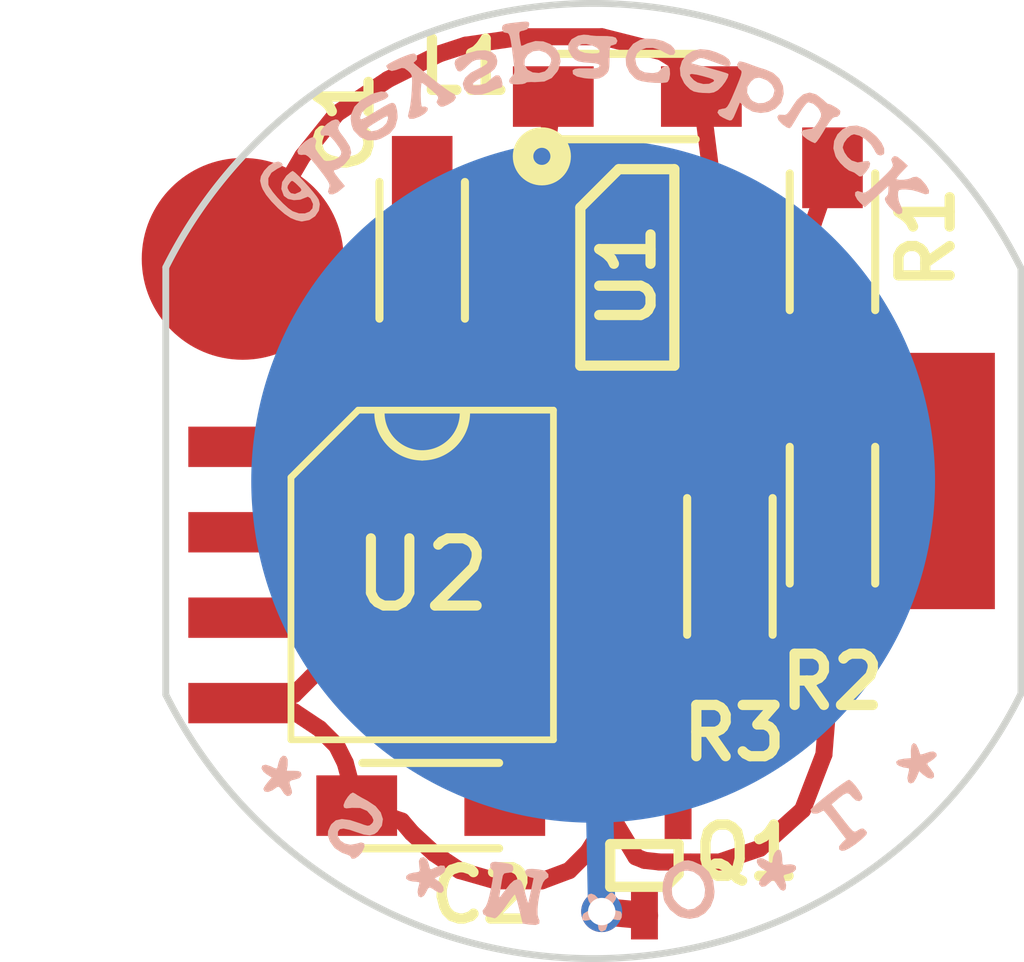
<source format=kicad_pcb>
(kicad_pcb (version 4) (host pcbnew 4.0.6)

  (general
    (links 19)
    (no_connects 0)
    (area 95.199199 94.449683 108.007994 108.750317)
    (thickness 1.6)
    (drawings 4)
    (tracks 87)
    (zones 0)
    (modules 13)
    (nets 14)
  )

  (page USLetter)
  (layers
    (0 F.Cu signal)
    (31 B.Cu signal)
    (36 B.SilkS user)
    (37 F.SilkS user)
    (38 B.Mask user)
    (39 F.Mask user)
    (40 Dwgs.User user)
    (41 Cmts.User user)
    (44 Edge.Cuts user)
    (45 Margin user)
    (46 B.CrtYd user)
    (47 F.CrtYd user)
  )

  (setup
    (last_trace_width 0.254)
    (trace_clearance 0.2032)
    (zone_clearance 0.508)
    (zone_45_only no)
    (trace_min 0.2)
    (segment_width 0.2)
    (edge_width 0.1016)
    (via_size 0.6096)
    (via_drill 0.4064)
    (via_min_size 0.4)
    (via_min_drill 0.3)
    (uvia_size 0.3048)
    (uvia_drill 0.1016)
    (uvias_allowed no)
    (uvia_min_size 0.2)
    (uvia_min_drill 0.1)
    (pcb_text_width 0.3)
    (pcb_text_size 1.5 1.5)
    (mod_edge_width 0.15)
    (mod_text_size 1 1)
    (mod_text_width 0.15)
    (pad_size 1.2 0.9)
    (pad_drill 0)
    (pad_to_mask_clearance 0.1524)
    (aux_axis_origin 0 0)
    (visible_elements 7FFFFF7F)
    (pcbplotparams
      (layerselection 0x010f0_80000001)
      (usegerberextensions false)
      (excludeedgelayer true)
      (linewidth 0.300000)
      (plotframeref false)
      (viasonmask false)
      (mode 1)
      (useauxorigin false)
      (hpglpennumber 1)
      (hpglpenspeed 20)
      (hpglpendiameter 15)
      (hpglpenoverlay 2)
      (psnegative false)
      (psa4output false)
      (plotreference true)
      (plotvalue true)
      (plotinvisibletext false)
      (padsonsilk false)
      (subtractmaskfromsilk false)
      (outputformat 1)
      (mirror false)
      (drillshape 0)
      (scaleselection 1)
      (outputdirectory gerbs/))
  )

  (net 0 "")
  (net 1 /Cathode)
  (net 2 /Anode)
  (net 3 /μC_Vcc)
  (net 4 "Net-(L1-Pad2)")
  (net 5 "Net-(Q1-Pad1)")
  (net 6 /Spring_Contact)
  (net 7 "Net-(R1-Pad2)")
  (net 8 "Net-(R3-Pad2)")
  (net 9 "Net-(U2-Pad1)")
  (net 10 "Net-(U2-Pad2)")
  (net 11 "Net-(U2-Pad3)")
  (net 12 "Net-(U2-Pad5)")
  (net 13 "Net-(U2-Pad7)")

  (net_class Default "This is the default net class."
    (clearance 0.2032)
    (trace_width 0.254)
    (via_dia 0.6096)
    (via_drill 0.4064)
    (uvia_dia 0.3048)
    (uvia_drill 0.1016)
    (add_net /Anode)
    (add_net /Cathode)
    (add_net /μC_Vcc)
    (add_net "Net-(L1-Pad2)")
    (add_net "Net-(Q1-Pad1)")
    (add_net "Net-(R1-Pad2)")
    (add_net "Net-(R3-Pad2)")
    (add_net "Net-(U2-Pad1)")
    (add_net "Net-(U2-Pad2)")
    (add_net "Net-(U2-Pad3)")
    (add_net "Net-(U2-Pad5)")
    (add_net "Net-(U2-Pad7)")
  )

  (net_class PWR ""
    (clearance 0.3048)
    (trace_width 0.4064)
    (via_dia 0.6096)
    (via_drill 0.4064)
    (uvia_dia 0.3048)
    (uvia_drill 0.1016)
    (add_net /Spring_Contact)
  )

  (module SMOL_footprints:0603_HandSoldering (layer F.Cu) (tedit 5B2C2311) (tstamp 5B36A42B)
    (at 99.06 98.171 90)
    (descr "Resistor SMD 0603, hand soldering")
    (tags "resistor 0603")
    (path /5B2BEA9B)
    (attr smd)
    (fp_text reference C1 (at 1.905 -1.143 270) (layer F.SilkS)
      (effects (font (size 0.762 0.762) (thickness 0.1524)))
    )
    (fp_text value 10μ (at 0.127 0 90) (layer F.SilkS) hide
      (effects (font (size 1.016 1.016) (thickness 0.1524)))
    )
    (fp_line (start 1.016 0.635) (end -1.016 0.635) (layer F.SilkS) (width 0.12))
    (fp_line (start -1.016 -0.635) (end 1.016 -0.635) (layer F.SilkS) (width 0.12))
    (fp_line (start -1.96 -0.7) (end 1.95 -0.7) (layer F.CrtYd) (width 0.05))
    (fp_line (start -1.96 -0.7) (end -1.96 0.7) (layer F.CrtYd) (width 0.05))
    (fp_line (start 1.95 0.7) (end 1.95 -0.7) (layer F.CrtYd) (width 0.05))
    (fp_line (start 1.95 0.7) (end -1.96 0.7) (layer F.CrtYd) (width 0.05))
    (pad 1 smd rect (at -1.1 0 90) (size 1.2 0.9) (layers F.Cu F.Mask)
      (net 1 /Cathode))
    (pad 2 smd rect (at 1.1 0 90) (size 1.2 0.9) (layers F.Cu F.Mask)
      (net 2 /Anode))
    (model ${KISYS3DMOD}/Resistors_SMD.3dshapes/R_0603.wrl
      (at (xyz 0 0 0))
      (scale (xyz 1 1 1))
      (rotate (xyz 0 0 0))
    )
  )

  (module SMOL_footprints:0603_HandSoldering (layer F.Cu) (tedit 5B2C232D) (tstamp 5B36A437)
    (at 99.187 106.426 180)
    (descr "Resistor SMD 0603, hand soldering")
    (tags "resistor 0603")
    (path /5B2BE384)
    (attr smd)
    (fp_text reference C2 (at -0.762 -1.3335 180) (layer F.SilkS)
      (effects (font (size 0.762 0.762) (thickness 0.1524)))
    )
    (fp_text value 10μ (at -0.127 0 180) (layer F.SilkS) hide
      (effects (font (size 1.016 1.016) (thickness 0.1524)))
    )
    (fp_line (start 1.016 0.635) (end -1.016 0.635) (layer F.SilkS) (width 0.12))
    (fp_line (start -1.016 -0.635) (end 1.016 -0.635) (layer F.SilkS) (width 0.12))
    (fp_line (start -1.96 -0.7) (end 1.95 -0.7) (layer F.CrtYd) (width 0.05))
    (fp_line (start -1.96 -0.7) (end -1.96 0.7) (layer F.CrtYd) (width 0.05))
    (fp_line (start 1.95 0.7) (end 1.95 -0.7) (layer F.CrtYd) (width 0.05))
    (fp_line (start 1.95 0.7) (end -1.96 0.7) (layer F.CrtYd) (width 0.05))
    (pad 1 smd rect (at -1.1 0 180) (size 1.2 0.9) (layers F.Cu F.Mask)
      (net 3 /μC_Vcc))
    (pad 2 smd rect (at 1.1 0 180) (size 1.2 0.9) (layers F.Cu F.Mask)
      (net 2 /Anode))
    (model ${KISYS3DMOD}/Resistors_SMD.3dshapes/R_0603.wrl
      (at (xyz 0 0 0))
      (scale (xyz 1 1 1))
      (rotate (xyz 0 0 0))
    )
  )

  (module SMOL_footprints:0603_HandSoldering (layer F.Cu) (tedit 5B2C22DC) (tstamp 5B36A443)
    (at 102.108 95.885 180)
    (descr "Resistor SMD 0603, hand soldering")
    (tags "resistor 0603")
    (path /5B2BE76A)
    (attr smd)
    (fp_text reference L1 (at 2.413 0.4445 180) (layer F.SilkS)
      (effects (font (size 0.762 0.762) (thickness 0.1524)))
    )
    (fp_text value 4.7μ (at 0 0.127 180) (layer F.SilkS) hide
      (effects (font (size 1.016 1.016) (thickness 0.1524)))
    )
    (fp_line (start 1.016 0.635) (end -1.016 0.635) (layer F.SilkS) (width 0.12))
    (fp_line (start -1.016 -0.635) (end 1.016 -0.635) (layer F.SilkS) (width 0.12))
    (fp_line (start -1.96 -0.7) (end 1.95 -0.7) (layer F.CrtYd) (width 0.05))
    (fp_line (start -1.96 -0.7) (end -1.96 0.7) (layer F.CrtYd) (width 0.05))
    (fp_line (start 1.95 0.7) (end 1.95 -0.7) (layer F.CrtYd) (width 0.05))
    (fp_line (start 1.95 0.7) (end -1.96 0.7) (layer F.CrtYd) (width 0.05))
    (pad 1 smd rect (at -1.1 0 180) (size 1.2 0.9) (layers F.Cu F.Mask)
      (net 1 /Cathode))
    (pad 2 smd rect (at 1.1 0 180) (size 1.2 0.9) (layers F.Cu F.Mask)
      (net 4 "Net-(L1-Pad2)"))
    (model ${KISYS3DMOD}/Resistors_SMD.3dshapes/R_0603.wrl
      (at (xyz 0 0 0))
      (scale (xyz 1 1 1))
      (rotate (xyz 0 0 0))
    )
  )

  (module SMOL_footprints:0603_HandSoldering (layer F.Cu) (tedit 5B2C2307) (tstamp 5B36A45A)
    (at 105.156 98.044 270)
    (descr "Resistor SMD 0603, hand soldering")
    (tags "resistor 0603")
    (path /5B2BFFFE)
    (attr smd)
    (fp_text reference R1 (at -0.0635 -1.397 270) (layer F.SilkS)
      (effects (font (size 0.762 0.762) (thickness 0.1524)))
    )
    (fp_text value 1M (at 0.254 0 270) (layer F.SilkS) hide
      (effects (font (size 1.016 1.016) (thickness 0.1524)))
    )
    (fp_line (start 1.016 0.635) (end -1.016 0.635) (layer F.SilkS) (width 0.12))
    (fp_line (start -1.016 -0.635) (end 1.016 -0.635) (layer F.SilkS) (width 0.12))
    (fp_line (start -1.96 -0.7) (end 1.95 -0.7) (layer F.CrtYd) (width 0.05))
    (fp_line (start -1.96 -0.7) (end -1.96 0.7) (layer F.CrtYd) (width 0.05))
    (fp_line (start 1.95 0.7) (end 1.95 -0.7) (layer F.CrtYd) (width 0.05))
    (fp_line (start 1.95 0.7) (end -1.96 0.7) (layer F.CrtYd) (width 0.05))
    (pad 1 smd rect (at -1.1 0 270) (size 1.2 0.9) (layers F.Cu F.Mask)
      (net 3 /μC_Vcc))
    (pad 2 smd rect (at 1.1 0 270) (size 1.2 0.9) (layers F.Cu F.Mask)
      (net 7 "Net-(R1-Pad2)"))
    (model ${KISYS3DMOD}/Resistors_SMD.3dshapes/R_0603.wrl
      (at (xyz 0 0 0))
      (scale (xyz 1 1 1))
      (rotate (xyz 0 0 0))
    )
  )

  (module SMOL_footprints:0603_HandSoldering (layer F.Cu) (tedit 5B2C231B) (tstamp 5B36A466)
    (at 105.156 102.108 270)
    (descr "Resistor SMD 0603, hand soldering")
    (tags "resistor 0603")
    (path /5B2C0040)
    (attr smd)
    (fp_text reference R2 (at 2.4765 0 360) (layer F.SilkS)
      (effects (font (size 0.762 0.762) (thickness 0.1524)))
    )
    (fp_text value 180k (at 0.254 0 270) (layer F.SilkS) hide
      (effects (font (size 1.016 1.016) (thickness 0.1524)))
    )
    (fp_line (start 1.016 0.635) (end -1.016 0.635) (layer F.SilkS) (width 0.12))
    (fp_line (start -1.016 -0.635) (end 1.016 -0.635) (layer F.SilkS) (width 0.12))
    (fp_line (start -1.96 -0.7) (end 1.95 -0.7) (layer F.CrtYd) (width 0.05))
    (fp_line (start -1.96 -0.7) (end -1.96 0.7) (layer F.CrtYd) (width 0.05))
    (fp_line (start 1.95 0.7) (end 1.95 -0.7) (layer F.CrtYd) (width 0.05))
    (fp_line (start 1.95 0.7) (end -1.96 0.7) (layer F.CrtYd) (width 0.05))
    (pad 1 smd rect (at -1.1 0 270) (size 1.2 0.9) (layers F.Cu F.Mask)
      (net 7 "Net-(R1-Pad2)"))
    (pad 2 smd rect (at 1.1 0 270) (size 1.2 0.9) (layers F.Cu F.Mask)
      (net 2 /Anode))
    (model ${KISYS3DMOD}/Resistors_SMD.3dshapes/R_0603.wrl
      (at (xyz 0 0 0))
      (scale (xyz 1 1 1))
      (rotate (xyz 0 0 0))
    )
  )

  (module SMOL_footprints:0603_HandSoldering (layer F.Cu) (tedit 5B2C2323) (tstamp 5B36A472)
    (at 103.632 102.87 90)
    (descr "Resistor SMD 0603, hand soldering")
    (tags "resistor 0603")
    (path /5B2C0101)
    (attr smd)
    (fp_text reference R3 (at -2.4765 0.0635 180) (layer F.SilkS)
      (effects (font (size 0.762 0.762) (thickness 0.1524)))
    )
    (fp_text value 1k (at -0.254 0 90) (layer F.SilkS) hide
      (effects (font (size 1.016 1.016) (thickness 0.1524)))
    )
    (fp_line (start 1.016 0.635) (end -1.016 0.635) (layer F.SilkS) (width 0.12))
    (fp_line (start -1.016 -0.635) (end 1.016 -0.635) (layer F.SilkS) (width 0.12))
    (fp_line (start -1.96 -0.7) (end 1.95 -0.7) (layer F.CrtYd) (width 0.05))
    (fp_line (start -1.96 -0.7) (end -1.96 0.7) (layer F.CrtYd) (width 0.05))
    (fp_line (start 1.95 0.7) (end 1.95 -0.7) (layer F.CrtYd) (width 0.05))
    (fp_line (start 1.95 0.7) (end -1.96 0.7) (layer F.CrtYd) (width 0.05))
    (pad 1 smd rect (at -1.1 0 90) (size 1.2 0.9) (layers F.Cu F.Mask)
      (net 5 "Net-(Q1-Pad1)"))
    (pad 2 smd rect (at 1.1 0 90) (size 1.2 0.9) (layers F.Cu F.Mask)
      (net 8 "Net-(R3-Pad2)"))
    (model ${KISYS3DMOD}/Resistors_SMD.3dshapes/R_0603.wrl
      (at (xyz 0 0 0))
      (scale (xyz 1 1 1))
      (rotate (xyz 0 0 0))
    )
  )

  (module SMOL_footprints:Anchor_Pad (layer F.Cu) (tedit 5B2C22D5) (tstamp 5B36A478)
    (at 96.393 98.298)
    (descr "Mesurement Point, Round, SMD Pad, DM 3mm,")
    (tags "Mesurement Point Round SMD Pad 3mm")
    (path /5B2BF76C)
    (attr virtual)
    (fp_text reference TP1 (at -3.937 2.286) (layer F.SilkS) hide
      (effects (font (size 1.016 1.016) (thickness 0.1524)))
    )
    (fp_text value TEST (at -3.683 3.556) (layer F.Fab) hide
      (effects (font (size 1.016 1.016) (thickness 0.1524)))
    )
    (fp_circle (center 0 0) (end 1.75 0) (layer F.CrtYd) (width 0.05))
    (pad 1 smd circle (at 0 0) (size 3 3) (layers F.Cu F.Mask)
      (net 1 /Cathode))
  )

  (module SMOL_footprints:SPRING_ANCHOR (layer F.Cu) (tedit 5B2C22FF) (tstamp 5B36A47D)
    (at 106.934 101.6)
    (path /5B2BF7A7)
    (fp_text reference TP2 (at -17.272 -1.27) (layer F.SilkS) hide
      (effects (font (size 1 1) (thickness 0.15)))
    )
    (fp_text value TEST (at -20.32 0.254) (layer F.Fab) hide
      (effects (font (size 1 1) (thickness 0.15)))
    )
    (pad 1 smd rect (at 0 0) (size 1.27 3.81) (layers F.Cu F.Mask)
      (net 2 /Anode))
  )

  (module SMOL_footprints:SPRING_LANDING (layer B.Cu) (tedit 5B2C22F7) (tstamp 5B36A482)
    (at 93.037 97.622)
    (path /5B2BF84D)
    (fp_text reference TP3 (at -3.375 4.232) (layer B.SilkS) hide
      (effects (font (size 1 1) (thickness 0.15)) (justify mirror))
    )
    (fp_text value TEST (at -0.327 5.756) (layer B.Fab) hide
      (effects (font (size 1 1) (thickness 0.15)) (justify mirror))
    )
    (pad 1 smd circle (at 8.563 3.978) (size 10.16 10.16) (layers B.Cu B.Mask)
      (net 6 /Spring_Contact))
  )

  (module SMOL_footprints:SOIC-8_3.9x4.9mm_Pitch1.27mm (layer F.Cu) (tedit 5B2C22F0) (tstamp 5B36A4B0)
    (at 99.06 102.997)
    (descr "8-Lead Plastic Small Outline (SN) - Narrow, 3.90 mm Body [SOIC] (see Microchip Packaging Specification 00000049BS.pdf)")
    (tags "SOIC 1.27")
    (path /5B2BF68F)
    (attr smd)
    (fp_text reference U2 (at 0 0) (layer F.SilkS)
      (effects (font (size 1 1) (thickness 0.15)))
    )
    (fp_text value ATTINY13-20SSU (at -10.922 1.905) (layer F.Fab) hide
      (effects (font (size 1 1) (thickness 0.15)))
    )
    (fp_arc (start 0 -2.413) (end 0 -1.778) (angle 90) (layer F.SilkS) (width 0.1524))
    (fp_arc (start 0 -2.413) (end 0.635 -2.413) (angle 90) (layer F.SilkS) (width 0.1524))
    (fp_line (start -0.95 -2.45) (end 1.95 -2.45) (layer F.SilkS) (width 0.1))
    (fp_line (start 1.95 -2.45) (end 1.95 2.45) (layer F.SilkS) (width 0.1))
    (fp_line (start 1.95 2.45) (end -1.95 2.45) (layer F.SilkS) (width 0.1))
    (fp_line (start -1.95 2.45) (end -1.95 -1.45) (layer F.SilkS) (width 0.1))
    (fp_line (start -1.95 -1.45) (end -0.95 -2.45) (layer F.SilkS) (width 0.1))
    (fp_line (start -3.73 -2.7) (end -3.73 2.7) (layer F.CrtYd) (width 0.05))
    (fp_line (start 3.73 -2.7) (end 3.73 2.7) (layer F.CrtYd) (width 0.05))
    (fp_line (start -3.73 -2.7) (end 3.73 -2.7) (layer F.CrtYd) (width 0.05))
    (fp_line (start -3.73 2.7) (end 3.73 2.7) (layer F.CrtYd) (width 0.05))
    (pad 1 smd rect (at -2.7 -1.905) (size 1.55 0.6) (layers F.Cu F.Mask)
      (net 9 "Net-(U2-Pad1)"))
    (pad 2 smd rect (at -2.7 -0.635) (size 1.55 0.6) (layers F.Cu F.Mask)
      (net 10 "Net-(U2-Pad2)"))
    (pad 3 smd rect (at -2.7 0.635) (size 1.55 0.6) (layers F.Cu F.Mask)
      (net 11 "Net-(U2-Pad3)"))
    (pad 4 smd rect (at -2.7 1.905) (size 1.55 0.6) (layers F.Cu F.Mask)
      (net 2 /Anode))
    (pad 5 smd rect (at 2.7 1.905) (size 1.55 0.6) (layers F.Cu F.Mask)
      (net 12 "Net-(U2-Pad5)"))
    (pad 6 smd rect (at 2.7 0.635) (size 1.55 0.6) (layers F.Cu F.Mask)
      (net 8 "Net-(R3-Pad2)"))
    (pad 7 smd rect (at 2.7 -0.635) (size 1.55 0.6) (layers F.Cu F.Mask)
      (net 13 "Net-(U2-Pad7)"))
    (pad 8 smd rect (at 2.7 -1.905) (size 1.55 0.6) (layers F.Cu F.Mask)
      (net 3 /μC_Vcc))
    (model Housings_SOIC.3dshapes/SOIC-8_3.9x4.9mm_Pitch1.27mm.wrl
      (at (xyz 0 0 0))
      (scale (xyz 1 1 1))
      (rotate (xyz 0 0 0))
    )
  )

  (module SMOL_footprints:SuperSOT-6 (layer F.Cu) (tedit 5B2C2302) (tstamp 5B36A499)
    (at 102.108 98.425)
    (descr "6-pin SuperSOT package http://www.mouser.com/ds/2/149/FMB5551-889214.pdf")
    (tags "SuperSOT-6 SSOT-6")
    (path /5B2BFF7F)
    (attr smd)
    (fp_text reference U1 (at 0 0.127 90) (layer F.SilkS)
      (effects (font (size 0.762 0.762) (thickness 0.1524)))
    )
    (fp_text value TLV61220 (at -17.272 1.651) (layer F.Fab) hide
      (effects (font (size 1 1) (thickness 0.15)))
    )
    (fp_circle (center -1.27 -1.651) (end -1.27 -1.524) (layer F.SilkS) (width 0.3048))
    (fp_line (start 0.6985 -1.4605) (end -0.127 -1.4605) (layer F.SilkS) (width 0.1524))
    (fp_line (start -0.127 -1.4605) (end -0.6985 -0.889) (layer F.SilkS) (width 0.1524))
    (fp_line (start -0.6985 -0.889) (end -0.6985 1.4605) (layer F.SilkS) (width 0.1524))
    (fp_line (start -0.6985 1.4605) (end 0.6985 1.4605) (layer F.SilkS) (width 0.1524))
    (fp_line (start 0.6985 1.4605) (end 0.6985 -1.4605) (layer F.SilkS) (width 0.1524))
    (fp_line (start -2.05 -1.7) (end 2.05 -1.7) (layer F.CrtYd) (width 0.05))
    (fp_line (start -2.05 -1.7) (end -2.05 1.7) (layer F.CrtYd) (width 0.05))
    (fp_line (start 2.05 1.7) (end 2.05 -1.7) (layer F.CrtYd) (width 0.05))
    (fp_line (start 2.05 1.7) (end -2.05 1.7) (layer F.CrtYd) (width 0.05))
    (pad 1 smd rect (at -1.3 -0.95) (size 1 0.7) (layers F.Cu F.Mask)
      (net 4 "Net-(L1-Pad2)"))
    (pad 2 smd rect (at -1.3 0) (size 1 0.7) (layers F.Cu F.Mask)
      (net 2 /Anode))
    (pad 3 smd rect (at -1.3 0.95) (size 1 0.7) (layers F.Cu F.Mask)
      (net 1 /Cathode))
    (pad 4 smd rect (at 1.3 0.95) (size 1 0.7) (layers F.Cu F.Mask)
      (net 7 "Net-(R1-Pad2)"))
    (pad 6 smd rect (at 1.3 -0.95) (size 1 0.7) (layers F.Cu F.Mask)
      (net 1 /Cathode))
    (pad 5 smd rect (at 1.3 0) (size 1 0.7) (layers F.Cu F.Mask)
      (net 3 /μC_Vcc))
    (model ${KISYS3DMOD}/TO_SOT_Packages_SMD.3dshapes/SuperSOT-6.wrl
      (at (xyz 0 0 0))
      (scale (xyz 1 1 1))
      (rotate (xyz 0 0 0))
    )
  )

  (module SMOL_footprints:credits (layer B.Cu) (tedit 5B2C85AD) (tstamp 5B2FDEFC)
    (at 101.6 101.6 90)
    (fp_text reference G*** (at 0 0 90) (layer B.SilkS) hide
      (effects (font (thickness 0.3)) (justify mirror))
    )
    (fp_text value credits (at 0.75 0 90) (layer B.SilkS) hide
      (effects (font (thickness 0.3)) (justify mirror))
    )
    (fp_poly (pts (xy 4.18082 -4.081905) (xy 4.225588 -4.110053) (xy 4.292755 -4.162573) (xy 4.371999 -4.230099)
      (xy 4.452995 -4.303266) (xy 4.52542 -4.372708) (xy 4.57895 -4.429058) (xy 4.603261 -4.462951)
      (xy 4.60375 -4.465595) (xy 4.587129 -4.493321) (xy 4.545877 -4.541914) (xy 4.532654 -4.556)
      (xy 4.443146 -4.616085) (xy 4.34287 -4.628885) (xy 4.244963 -4.592923) (xy 4.23922 -4.58902)
      (xy 4.197556 -4.53129) (xy 4.179467 -4.445786) (xy 4.180766 -4.429044) (xy 4.262285 -4.429044)
      (xy 4.274787 -4.492467) (xy 4.306093 -4.522255) (xy 4.355256 -4.54615) (xy 4.392209 -4.540585)
      (xy 4.433328 -4.513111) (xy 4.463119 -4.487265) (xy 4.464549 -4.462313) (xy 4.434091 -4.422832)
      (xy 4.405831 -4.392853) (xy 4.355187 -4.343258) (xy 4.325225 -4.328926) (xy 4.301823 -4.345261)
      (xy 4.293383 -4.356257) (xy 4.262285 -4.429044) (xy 4.180766 -4.429044) (xy 4.186677 -4.35293)
      (xy 4.213489 -4.284279) (xy 4.231839 -4.237661) (xy 4.208646 -4.20253) (xy 4.195203 -4.192034)
      (xy 4.117778 -4.157101) (xy 4.050933 -4.166255) (xy 4.000618 -4.21087) (xy 3.972784 -4.282319)
      (xy 3.973379 -4.371977) (xy 4.005882 -4.466518) (xy 4.051812 -4.532499) (xy 4.123886 -4.612072)
      (xy 4.209294 -4.693527) (xy 4.295222 -4.765152) (xy 4.368861 -4.815238) (xy 4.404382 -4.830776)
      (xy 4.502389 -4.830955) (xy 4.586005 -4.783579) (xy 4.646081 -4.694108) (xy 4.67557 -4.634797)
      (xy 4.700678 -4.618569) (xy 4.72315 -4.630488) (xy 4.743511 -4.677888) (xy 4.728004 -4.744375)
      (xy 4.682694 -4.81676) (xy 4.613648 -4.881857) (xy 4.604613 -4.888177) (xy 4.528274 -4.931809)
      (xy 4.462391 -4.943306) (xy 4.384535 -4.924153) (xy 4.339166 -4.905735) (xy 4.25633 -4.855739)
      (xy 4.158185 -4.775672) (xy 4.058968 -4.679364) (xy 3.972912 -4.580647) (xy 3.914251 -4.493352)
      (xy 3.913733 -4.492356) (xy 3.880776 -4.412224) (xy 3.863614 -4.338344) (xy 3.862916 -4.325677)
      (xy 3.883946 -4.217915) (xy 3.939996 -4.133223) (xy 4.020513 -4.079697) (xy 4.114938 -4.06543)
      (xy 4.18082 -4.081905)) (layer B.SilkS) (width 0.01))
    (fp_poly (pts (xy -4.33093 -4.348147) (xy -4.315853 -4.384159) (xy -4.312709 -4.448461) (xy -4.312709 -4.557757)
      (xy -4.223226 -4.543236) (xy -4.140214 -4.543723) (xy -4.094377 -4.569535) (xy -4.088338 -4.608164)
      (xy -4.124721 -4.647099) (xy -4.196201 -4.67212) (xy -4.258883 -4.685559) (xy -4.280998 -4.704462)
      (xy -4.269094 -4.744631) (xy -4.245482 -4.791049) (xy -4.221725 -4.866087) (xy -4.233878 -4.911856)
      (xy -4.27069 -4.923085) (xy -4.320908 -4.894504) (xy -4.360033 -4.84471) (xy -4.406579 -4.768171)
      (xy -4.480182 -4.831481) (xy -4.535309 -4.873323) (xy -4.575569 -4.894243) (xy -4.579598 -4.894791)
      (xy -4.613544 -4.875404) (xy -4.617883 -4.827211) (xy -4.592762 -4.765166) (xy -4.578126 -4.744321)
      (xy -4.545557 -4.699228) (xy -4.540525 -4.668076) (xy -4.568791 -4.637644) (xy -4.636113 -4.594714)
      (xy -4.645867 -4.588831) (xy -4.67814 -4.548511) (xy -4.673041 -4.505458) (xy -4.638474 -4.479628)
      (xy -4.603429 -4.481685) (xy -4.532964 -4.503503) (xy -4.501276 -4.513353) (xy -4.465978 -4.514023)
      (xy -4.444762 -4.480264) (xy -4.433931 -4.433978) (xy -4.412606 -4.366238) (xy -4.377988 -4.340372)
      (xy -4.364427 -4.339166) (xy -4.33093 -4.348147)) (layer B.SilkS) (width 0.01))
    (fp_poly (pts (xy 4.96937 -3.619322) (xy 5.072864 -3.683158) (xy 5.10361 -3.706901) (xy 5.181724 -3.76546)
      (xy 5.232159 -3.792201) (xy 5.265533 -3.791823) (xy 5.277886 -3.783998) (xy 5.327892 -3.766352)
      (xy 5.363782 -3.79266) (xy 5.371041 -3.826556) (xy 5.35301 -3.881829) (xy 5.308601 -3.947653)
      (xy 5.252337 -4.007216) (xy 5.198744 -4.043708) (xy 5.179608 -4.048125) (xy 5.142103 -4.037817)
      (xy 5.13689 -3.997273) (xy 5.139657 -3.980592) (xy 5.139785 -3.934984) (xy 5.114576 -3.892183)
      (xy 5.055132 -3.838933) (xy 5.033103 -3.821842) (xy 4.949944 -3.762478) (xy 4.8932 -3.736636)
      (xy 4.850148 -3.742228) (xy 4.808061 -3.777163) (xy 4.801878 -3.783883) (xy 4.77391 -3.83489)
      (xy 4.755949 -3.903131) (xy 4.751723 -3.966609) (xy 4.764704 -4.003151) (xy 4.790297 -4.023301)
      (xy 4.841343 -4.064373) (xy 4.863635 -4.082431) (xy 4.933909 -4.128929) (xy 4.984579 -4.13544)
      (xy 4.995927 -4.13098) (xy 5.055856 -4.117659) (xy 5.097416 -4.138919) (xy 5.106458 -4.168471)
      (xy 5.090053 -4.209016) (xy 5.048574 -4.269325) (xy 5.024342 -4.298558) (xy 4.952408 -4.368156)
      (xy 4.897727 -4.391482) (xy 4.859995 -4.374926) (xy 4.851198 -4.338173) (xy 4.855117 -4.302165)
      (xy 4.85251 -4.270141) (xy 4.827093 -4.230661) (xy 4.772703 -4.177026) (xy 4.683172 -4.102535)
      (xy 4.640156 -4.068542) (xy 4.536099 -3.988898) (xy 4.463728 -3.939178) (xy 4.414607 -3.9148)
      (xy 4.380303 -3.911184) (xy 4.362266 -3.91763) (xy 4.301542 -3.935328) (xy 4.268386 -3.915856)
      (xy 4.2653 -3.868647) (xy 4.294789 -3.803138) (xy 4.322237 -3.766811) (xy 4.384683 -3.694214)
      (xy 4.487015 -3.778565) (xy 4.561937 -3.836519) (xy 4.606163 -3.859152) (xy 4.626512 -3.848465)
      (xy 4.630208 -3.820583) (xy 4.64786 -3.77782) (xy 4.692582 -3.717923) (xy 4.720166 -3.688291)
      (xy 4.80273 -3.62236) (xy 4.882562 -3.599213) (xy 4.96937 -3.619322)) (layer B.SilkS) (width 0.01))
    (fp_poly (pts (xy -4.929059 -3.159962) (xy -4.837384 -3.235849) (xy -4.758169 -3.353793) (xy -4.756913 -3.356259)
      (xy -4.712421 -3.439906) (xy -4.672383 -3.508175) (xy -4.651858 -3.537981) (xy -4.636592 -3.570166)
      (xy -4.655111 -3.604047) (xy -4.697133 -3.641018) (xy -4.761199 -3.682657) (xy -4.81679 -3.70349)
      (xy -4.823653 -3.704035) (xy -4.852539 -3.697245) (xy -4.862198 -3.667686) (xy -4.856197 -3.601899)
      (xy -4.854244 -3.588589) (xy -4.856108 -3.460594) (xy -4.90066 -3.355968) (xy -4.984637 -3.282314)
      (xy -4.98592 -3.281623) (xy -5.039893 -3.259039) (xy -5.076631 -3.268708) (xy -5.099707 -3.2892)
      (xy -5.124601 -3.319512) (xy -5.129947 -3.352933) (xy -5.115311 -3.406767) (xy -5.09544 -3.459454)
      (xy -5.044986 -3.61431) (xy -5.029358 -3.733741) (xy -5.048948 -3.822503) (xy -5.10415 -3.885351)
      (xy -5.131987 -3.902122) (xy -5.205389 -3.933544) (xy -5.266732 -3.936803) (xy -5.342367 -3.912245)
      (xy -5.359072 -3.905097) (xy -5.454197 -3.836418) (xy -5.523151 -3.730458) (xy -5.544694 -3.667235)
      (xy -5.565145 -3.616424) (xy -5.585577 -3.598333) (xy -5.612321 -3.582068) (xy -5.607151 -3.542185)
      (xy -5.575995 -3.492051) (xy -5.524783 -3.445035) (xy -5.514626 -3.438386) (xy -5.43667 -3.402048)
      (xy -5.390125 -3.406439) (xy -5.377746 -3.449708) (xy -5.396891 -3.517486) (xy -5.41284 -3.60656)
      (xy -5.393796 -3.691087) (xy -5.347879 -3.758862) (xy -5.28321 -3.797678) (xy -5.211293 -3.796453)
      (xy -5.172291 -3.767345) (xy -5.161957 -3.709942) (xy -5.180313 -3.618348) (xy -5.212306 -3.525289)
      (xy -5.251378 -3.405462) (xy -5.262044 -3.31821) (xy -5.244276 -3.251443) (xy -5.21156 -3.206767)
      (xy -5.122874 -3.143209) (xy -5.026464 -3.128345) (xy -4.929059 -3.159962)) (layer B.SilkS) (width 0.01))
    (fp_poly (pts (xy 5.506461 -2.917522) (xy 5.575449 -2.935431) (xy 5.593417 -2.944989) (xy 5.612442 -2.963393)
      (xy 5.617227 -2.987979) (xy 5.604511 -3.027783) (xy 5.571036 -3.091841) (xy 5.513542 -3.189188)
      (xy 5.493205 -3.222802) (xy 5.428886 -3.329881) (xy 5.389669 -3.399833) (xy 5.372824 -3.440537)
      (xy 5.375621 -3.459871) (xy 5.395332 -3.465714) (xy 5.408941 -3.466041) (xy 5.478406 -3.441252)
      (xy 5.54814 -3.372558) (xy 5.611138 -3.268467) (xy 5.649059 -3.174382) (xy 5.682579 -3.09048)
      (xy 5.714074 -3.051949) (xy 5.737447 -3.048154) (xy 5.77833 -3.079163) (xy 5.786395 -3.147686)
      (xy 5.761606 -3.249699) (xy 5.739699 -3.305515) (xy 5.659467 -3.446509) (xy 5.560749 -3.543217)
      (xy 5.447335 -3.592474) (xy 5.389237 -3.598333) (xy 5.299324 -3.58732) (xy 5.22236 -3.559875)
      (xy 5.211564 -3.553245) (xy 5.114784 -3.460738) (xy 5.068183 -3.351518) (xy 5.069958 -3.292074)
      (xy 5.193434 -3.292074) (xy 5.197588 -3.324067) (xy 5.211916 -3.363628) (xy 5.231404 -3.371909)
      (xy 5.26133 -3.344771) (xy 5.306972 -3.278076) (xy 5.35326 -3.202011) (xy 5.401952 -3.118946)
      (xy 5.425427 -3.071337) (xy 5.42579 -3.049321) (xy 5.405145 -3.043034) (xy 5.387241 -3.042708)
      (xy 5.317459 -3.066392) (xy 5.254618 -3.126646) (xy 5.209637 -3.207272) (xy 5.193434 -3.292074)
      (xy 5.069958 -3.292074) (xy 5.071928 -3.226166) (xy 5.095393 -3.150847) (xy 5.167857 -3.024801)
      (xy 5.265891 -2.945068) (xy 5.389582 -2.911583) (xy 5.420931 -2.910416) (xy 5.506461 -2.917522)) (layer B.SilkS) (width 0.01))
    (fp_poly (pts (xy 5.742422 -2.059755) (xy 5.768111 -2.103949) (xy 5.793677 -2.147462) (xy 5.846428 -2.221656)
      (xy 5.919003 -2.31713) (xy 6.004039 -2.424481) (xy 6.094176 -2.534307) (xy 6.182052 -2.637205)
      (xy 6.213103 -2.672291) (xy 6.230664 -2.665164) (xy 6.236764 -2.652447) (xy 6.268639 -2.621894)
      (xy 6.313496 -2.622628) (xy 6.346064 -2.650769) (xy 6.35 -2.669825) (xy 6.339793 -2.71943)
      (xy 6.313445 -2.794503) (xy 6.277358 -2.880905) (xy 6.237938 -2.964494) (xy 6.201589 -3.031129)
      (xy 6.174714 -3.06667) (xy 6.169137 -3.069166) (xy 6.133064 -3.051091) (xy 6.114927 -3.033157)
      (xy 6.099621 -2.991635) (xy 6.114289 -2.928143) (xy 6.122547 -2.907388) (xy 6.144563 -2.843935)
      (xy 6.139029 -2.800616) (xy 6.102087 -2.750246) (xy 6.09987 -2.747663) (xy 6.068639 -2.714417)
      (xy 6.036468 -2.694574) (xy 5.99039 -2.685609) (xy 5.917439 -2.685004) (xy 5.804648 -2.690234)
      (xy 5.804584 -2.690238) (xy 5.6887 -2.699131) (xy 5.584924 -2.711889) (xy 5.510682 -2.726215)
      (xy 5.495246 -2.731041) (xy 5.423873 -2.746816) (xy 5.388912 -2.725333) (xy 5.389987 -2.665848)
      (xy 5.419989 -2.582497) (xy 5.463459 -2.507361) (xy 5.507199 -2.46647) (xy 5.542657 -2.462026)
      (xy 5.561285 -2.496229) (xy 5.559383 -2.546614) (xy 5.581975 -2.556379) (xy 5.644386 -2.563462)
      (xy 5.733534 -2.56644) (xy 5.741458 -2.566458) (xy 5.832749 -2.564343) (xy 5.898898 -2.558777)
      (xy 5.926521 -2.550929) (xy 5.926666 -2.550286) (xy 5.910936 -2.523151) (xy 5.869882 -2.468276)
      (xy 5.817779 -2.40406) (xy 5.755113 -2.333499) (xy 5.713602 -2.300012) (xy 5.683975 -2.297377)
      (xy 5.67093 -2.305511) (xy 5.631397 -2.322102) (xy 5.592653 -2.2967) (xy 5.56963 -2.265652)
      (xy 5.569891 -2.228656) (xy 5.594481 -2.166988) (xy 5.600636 -2.153807) (xy 5.649946 -2.075217)
      (xy 5.698918 -2.043357) (xy 5.742422 -2.059755)) (layer B.SilkS) (width 0.01))
    (fp_poly (pts (xy -5.72411 -2.213911) (xy -5.719815 -2.266945) (xy -5.753919 -2.353305) (xy -5.777238 -2.404522)
      (xy -5.768431 -2.428707) (xy -5.718385 -2.44251) (xy -5.703557 -2.445315) (xy -5.627005 -2.473308)
      (xy -5.595692 -2.517356) (xy -5.607751 -2.564166) (xy -5.650924 -2.584713) (xy -5.722612 -2.578995)
      (xy -5.784227 -2.570169) (xy -5.812447 -2.583566) (xy -5.822997 -2.631977) (xy -5.825695 -2.662841)
      (xy -5.842981 -2.732747) (xy -5.874379 -2.772125) (xy -5.909675 -2.774091) (xy -5.936567 -2.737572)
      (xy -5.949684 -2.677234) (xy -5.953125 -2.627609) (xy -5.960068 -2.580931) (xy -5.987385 -2.576266)
      (xy -5.999428 -2.580896) (xy -6.063128 -2.598077) (xy -6.111149 -2.603571) (xy -6.168606 -2.591625)
      (xy -6.185643 -2.558512) (xy -6.162037 -2.517481) (xy -6.1131 -2.48759) (xy -6.05259 -2.457156)
      (xy -6.037134 -2.425216) (xy -6.063087 -2.376119) (xy -6.081466 -2.351745) (xy -6.113003 -2.296618)
      (xy -6.118949 -2.255572) (xy -6.086793 -2.224942) (xy -6.03514 -2.230793) (xy -5.979063 -2.269543)
      (xy -5.958611 -2.293671) (xy -5.906766 -2.364843) (xy -5.86312 -2.280442) (xy -5.815578 -2.217506)
      (xy -5.767238 -2.196041) (xy -5.72411 -2.213911)) (layer B.SilkS) (width 0.01))
    (fp_poly (pts (xy 5.972968 -1.366051) (xy 6.022352 -1.396935) (xy 6.025786 -1.445546) (xy 5.983686 -1.504108)
      (xy 5.964703 -1.520508) (xy 5.907703 -1.592833) (xy 5.881372 -1.69039) (xy 5.877956 -1.767084)
      (xy 5.893269 -1.796073) (xy 5.925076 -1.778237) (xy 5.971142 -1.714457) (xy 6.012913 -1.638556)
      (xy 6.07382 -1.531404) (xy 6.129639 -1.466503) (xy 6.189977 -1.435268) (xy 6.247723 -1.42875)
      (xy 6.324681 -1.450887) (xy 6.375413 -1.512394) (xy 6.398519 -1.605907) (xy 6.392604 -1.724066)
      (xy 6.35627 -1.859511) (xy 6.338121 -1.905) (xy 6.293591 -1.996364) (xy 6.252747 -2.043778)
      (xy 6.205229 -2.054309) (xy 6.144947 -2.036783) (xy 6.098432 -2.008328) (xy 6.091903 -1.971571)
      (xy 6.126867 -1.91878) (xy 6.17802 -1.867026) (xy 6.238086 -1.80128) (xy 6.265071 -1.739454)
      (xy 6.270625 -1.670365) (xy 6.261247 -1.591255) (xy 6.235971 -1.560551) (xy 6.199075 -1.577742)
      (xy 6.154843 -1.642316) (xy 6.133676 -1.686718) (xy 6.064961 -1.81725) (xy 5.993088 -1.897564)
      (xy 5.915453 -1.930354) (xy 5.897096 -1.931458) (xy 5.821054 -1.909042) (xy 5.769415 -1.848491)
      (xy 5.744694 -1.759844) (xy 5.749406 -1.653144) (xy 5.786066 -1.538431) (xy 5.794375 -1.521354)
      (xy 5.827032 -1.449984) (xy 5.845643 -1.395133) (xy 5.847291 -1.383468) (xy 5.862443 -1.355334)
      (xy 5.912637 -1.352877) (xy 5.972968 -1.366051)) (layer B.SilkS) (width 0.01))
    (fp_poly (pts (xy -5.847235 -0.669962) (xy -5.807444 -0.705138) (xy -5.791558 -0.740972) (xy -5.778241 -0.813406)
      (xy -5.770749 -0.900035) (xy -5.770555 -0.906197) (xy -5.773871 -0.972921) (xy -5.792977 -1.001192)
      (xy -5.817966 -1.005416) (xy -5.86495 -0.981678) (xy -5.88382 -0.94244) (xy -5.899626 -0.879464)
      (xy -6.078511 -0.916487) (xy -6.172183 -0.93626) (xy -6.245901 -0.952531) (xy -6.283726 -0.961782)
      (xy -6.283749 -0.961789) (xy -6.273217 -0.971349) (xy -6.221542 -0.989205) (xy -6.139166 -1.01187)
      (xy -6.118384 -1.01705) (xy -6.019353 -1.043128) (xy -5.961535 -1.065024) (xy -5.934232 -1.088813)
      (xy -5.926743 -1.120566) (xy -5.926667 -1.125873) (xy -5.942303 -1.173803) (xy -5.993435 -1.230669)
      (xy -6.078803 -1.298158) (xy -6.156496 -1.355181) (xy -6.194865 -1.386972) (xy -6.197503 -1.399251)
      (xy -6.168006 -1.397741) (xy -6.138334 -1.392928) (xy -6.048945 -1.378226) (xy -5.948952 -1.362357)
      (xy -5.933282 -1.359931) (xy -5.862432 -1.345393) (xy -5.829844 -1.322965) (xy -5.821024 -1.280623)
      (xy -5.820834 -1.266618) (xy -5.811431 -1.209749) (xy -5.777643 -1.190932) (xy -5.769479 -1.190625)
      (xy -5.730662 -1.195176) (xy -5.706157 -1.216486) (xy -5.689832 -1.26604) (xy -5.675556 -1.355323)
      (xy -5.673552 -1.370284) (xy -5.665364 -1.453073) (xy -5.67074 -1.498467) (xy -5.692297 -1.520845)
      (xy -5.701698 -1.524987) (xy -5.752196 -1.522395) (xy -5.77037 -1.502802) (xy -5.786103 -1.485428)
      (xy -5.815211 -1.477933) (xy -5.867839 -1.48064) (xy -5.954135 -1.493872) (xy -6.051522 -1.511741)
      (xy -6.174372 -1.538393) (xy -6.27032 -1.566006) (xy -6.32881 -1.591328) (xy -6.339688 -1.600526)
      (xy -6.389589 -1.638029) (xy -6.437593 -1.627595) (xy -6.469561 -1.572769) (xy -6.470769 -1.567656)
      (xy -6.48609 -1.502125) (xy -6.496647 -1.462484) (xy -6.480849 -1.433767) (xy -6.430128 -1.385332)
      (xy -6.354133 -1.325979) (xy -6.322591 -1.303734) (xy -6.238821 -1.244592) (xy -6.174984 -1.196438)
      (xy -6.141269 -1.167081) (xy -6.138467 -1.162614) (xy -6.16224 -1.150221) (xy -6.225765 -1.129921)
      (xy -6.317153 -1.105364) (xy -6.356278 -1.095778) (xy -6.574223 -1.043724) (xy -6.590053 -0.946333)
      (xy -6.595943 -0.853191) (xy -6.576584 -0.804912) (xy -6.532628 -0.80251) (xy -6.506406 -0.815786)
      (xy -6.449981 -0.83048) (xy -6.361955 -0.831418) (xy -6.255848 -0.821063) (xy -6.145181 -0.801882)
      (xy -6.043475 -0.77634) (xy -5.964251 -0.746901) (xy -5.921029 -0.716031) (xy -5.91744 -0.708405)
      (xy -5.889354 -0.66964) (xy -5.847235 -0.669962)) (layer B.SilkS) (width 0.01))
    (fp_poly (pts (xy 6.338487 -0.505384) (xy 6.425802 -0.558527) (xy 6.49202 -0.640345) (xy 6.530836 -0.742774)
      (xy 6.535945 -0.857748) (xy 6.50104 -0.977202) (xy 6.494884 -0.989509) (xy 6.469562 -1.043233)
      (xy 6.461554 -1.071177) (xy 6.461974 -1.071817) (xy 6.490004 -1.078896) (xy 6.55187 -1.089958)
      (xy 6.579749 -1.09437) (xy 6.649558 -1.102605) (xy 6.683031 -1.093868) (xy 6.69587 -1.060793)
      (xy 6.698812 -1.03852) (xy 6.719964 -0.979485) (xy 6.770044 -0.956838) (xy 6.802866 -0.95426)
      (xy 6.820167 -0.965609) (xy 6.824738 -1.001891) (xy 6.81937 -1.074115) (xy 6.813654 -1.128817)
      (xy 6.801216 -1.236406) (xy 6.789035 -1.301771) (xy 6.772606 -1.335394) (xy 6.747426 -1.347754)
      (xy 6.718855 -1.349375) (xy 6.675513 -1.329697) (xy 6.6675 -1.298241) (xy 6.664192 -1.271109)
      (xy 6.648797 -1.250764) (xy 6.613103 -1.234631) (xy 6.5489 -1.220133) (xy 6.447976 -1.204692)
      (xy 6.313618 -1.187183) (xy 6.19307 -1.172782) (xy 6.114072 -1.166506) (xy 6.065816 -1.168783)
      (xy 6.037498 -1.180042) (xy 6.019659 -1.198847) (xy 5.973465 -1.235855) (xy 5.943593 -1.243541)
      (xy 5.915682 -1.23123) (xy 5.902682 -1.186665) (xy 5.900208 -1.124479) (xy 5.904583 -1.053461)
      (xy 5.915653 -1.010871) (xy 5.922228 -1.005416) (xy 5.93275 -0.981668) (xy 5.936234 -0.920638)
      (xy 5.933985 -0.86651) (xy 5.937927 -0.80495) (xy 6.060297 -0.80495) (xy 6.06917 -0.89957)
      (xy 6.108436 -0.975375) (xy 6.111875 -0.978958) (xy 6.188761 -1.025303) (xy 6.271045 -1.020122)
      (xy 6.34168 -0.974346) (xy 6.393144 -0.893161) (xy 6.403326 -0.797376) (xy 6.372451 -0.70521)
      (xy 6.337806 -0.662431) (xy 6.28722 -0.622439) (xy 6.242512 -0.617328) (xy 6.191274 -0.634989)
      (xy 6.126601 -0.672543) (xy 6.084629 -0.71585) (xy 6.084405 -0.716264) (xy 6.060297 -0.80495)
      (xy 5.937927 -0.80495) (xy 5.942924 -0.726942) (xy 5.994111 -0.618123) (xy 6.089492 -0.536512)
      (xy 6.125786 -0.517386) (xy 6.23638 -0.488982) (xy 6.338487 -0.505384)) (layer B.SilkS) (width 0.01))
    (fp_poly (pts (xy 6.585945 0.333356) (xy 6.60056 0.289846) (xy 6.609125 0.212576) (xy 6.610103 0.143106)
      (xy 6.611139 0.04687) (xy 6.618025 -0.035693) (xy 6.625493 -0.073175) (xy 6.630485 -0.138743)
      (xy 6.616683 -0.218176) (xy 6.614379 -0.225514) (xy 6.562999 -0.317752) (xy 6.489792 -0.364188)
      (xy 6.402872 -0.362654) (xy 6.310356 -0.310976) (xy 6.306654 -0.307835) (xy 6.26592 -0.265843)
      (xy 6.241888 -0.216449) (xy 6.228633 -0.142761) (xy 6.222636 -0.06838) (xy 6.217862 -0.013028)
      (xy 6.35 -0.013028) (xy 6.360167 -0.126744) (xy 6.388818 -0.203716) (xy 6.433177 -0.237225)
      (xy 6.44303 -0.238125) (xy 6.477237 -0.215529) (xy 6.498171 -0.170836) (xy 6.500294 -0.099374)
      (xy 6.481118 -0.018401) (xy 6.447805 0.053164) (xy 6.407517 0.096401) (xy 6.395264 0.100997)
      (xy 6.367242 0.097512) (xy 6.35369 0.06516) (xy 6.350007 -0.007647) (xy 6.35 -0.013028)
      (xy 6.217862 -0.013028) (xy 6.214388 0.027245) (xy 6.202824 0.079941) (xy 6.18471 0.099693)
      (xy 6.168239 0.099668) (xy 6.145436 0.086064) (xy 6.133109 0.049677) (xy 6.129138 -0.020504)
      (xy 6.130256 -0.09783) (xy 6.130024 -0.206092) (xy 6.121204 -0.270306) (xy 6.102511 -0.298838)
      (xy 6.099118 -0.300428) (xy 6.051663 -0.295188) (xy 6.016205 -0.238742) (xy 5.992929 -0.131465)
      (xy 5.986961 -0.073017) (xy 5.982265 0.024899) (xy 5.989536 0.089305) (xy 6.01228 0.138925)
      (xy 6.031595 0.165365) (xy 6.065519 0.20297) (xy 6.102835 0.224773) (xy 6.158425 0.235034)
      (xy 6.247172 0.238014) (xy 6.285774 0.238125) (xy 6.386941 0.239524) (xy 6.446127 0.24557)
      (xy 6.474235 0.259044) (xy 6.482165 0.282723) (xy 6.482291 0.288211) (xy 6.500747 0.3377)
      (xy 6.54224 0.355763) (xy 6.585945 0.333356)) (layer B.SilkS) (width 0.01))
    (fp_poly (pts (xy -6.406719 0.40836) (xy -6.402917 0.398598) (xy -6.394214 0.35733) (xy -6.376735 0.304998)
      (xy -6.350553 0.236133) (xy -6.270503 0.295317) (xy -6.215673 0.332073) (xy -6.182156 0.337628)
      (xy -6.15051 0.314533) (xy -6.147421 0.311469) (xy -6.12408 0.281359) (xy -6.129304 0.252679)
      (xy -6.168333 0.210271) (xy -6.189001 0.191157) (xy -6.273613 0.113877) (xy -6.205973 0.069558)
      (xy -6.158519 0.022798) (xy -6.139083 -0.027639) (xy -6.149886 -0.066351) (xy -6.184636 -0.078533)
      (xy -6.241935 -0.062425) (xy -6.282297 -0.038846) (xy -6.335497 -0.005784) (xy -6.368035 -0.013523)
      (xy -6.394613 -0.067171) (xy -6.398953 -0.079375) (xy -6.435781 -0.141665) (xy -6.484223 -0.15875)
      (xy -6.523988 -0.150886) (xy -6.532116 -0.116891) (xy -6.526941 -0.084335) (xy -6.513006 -0.015781)
      (xy -6.50379 0.028112) (xy -6.516777 0.056776) (xy -6.575098 0.072384) (xy -6.59474 0.074358)
      (xy -6.663472 0.086832) (xy -6.691503 0.11332) (xy -6.693959 0.131059) (xy -6.670648 0.182084)
      (xy -6.601572 0.208183) (xy -6.548121 0.211667) (xy -6.507103 0.216672) (xy -6.497539 0.242035)
      (xy -6.509831 0.294809) (xy -6.522408 0.358694) (xy -6.520227 0.399602) (xy -6.519652 0.400642)
      (xy -6.486983 0.419385) (xy -6.440369 0.421801) (xy -6.406719 0.40836)) (layer B.SilkS) (width 0.01))
    (fp_poly (pts (xy 6.426707 1.199049) (xy 6.478829 1.14933) (xy 6.533581 1.046399) (xy 6.565941 0.917761)
      (xy 6.571779 0.787374) (xy 6.555935 0.70184) (xy 6.4955 0.597625) (xy 6.401647 0.52391)
      (xy 6.288152 0.488247) (xy 6.179123 0.495301) (xy 6.074658 0.544064) (xy 5.990405 0.623073)
      (xy 5.967747 0.658773) (xy 5.947821 0.721253) (xy 5.932576 0.812438) (xy 5.923287 0.914677)
      (xy 5.921228 1.010317) (xy 5.927674 1.081709) (xy 5.935549 1.104636) (xy 5.973261 1.12585)
      (xy 6.040957 1.137142) (xy 6.060519 1.137709) (xy 6.129273 1.133042) (xy 6.159341 1.114466)
      (xy 6.164791 1.085723) (xy 6.143454 1.032659) (xy 6.111875 1.005417) (xy 6.074269 0.968077)
      (xy 6.059734 0.900459) (xy 6.058958 0.870455) (xy 6.070073 0.760787) (xy 6.107756 0.688087)
      (xy 6.178519 0.640356) (xy 6.185373 0.637434) (xy 6.278776 0.619897) (xy 6.355138 0.644804)
      (xy 6.410639 0.703357) (xy 6.441459 0.786763) (xy 6.443778 0.886226) (xy 6.413775 0.99295)
      (xy 6.371851 1.066764) (xy 6.336192 1.141652) (xy 6.340255 1.193915) (xy 6.37383 1.215674)
      (xy 6.426707 1.199049)) (layer B.SilkS) (width 0.01))
    (fp_poly (pts (xy -5.942646 1.778533) (xy -5.813875 1.71663) (xy -5.718057 1.61333) (xy -5.658414 1.479852)
      (xy -5.643339 1.413116) (xy -5.64799 1.35619) (xy -5.675785 1.285703) (xy -5.691498 1.253735)
      (xy -5.769578 1.139716) (xy -5.846879 1.079989) (xy -5.962469 1.043226) (xy -6.096773 1.03517)
      (xy -6.223619 1.056508) (xy -6.257396 1.069225) (xy -6.371051 1.145874) (xy -6.457386 1.255334)
      (xy -6.48053 1.304796) (xy -6.499411 1.405645) (xy -6.375654 1.405645) (xy -6.334824 1.310891)
      (xy -6.2865 1.254125) (xy -6.219663 1.196232) (xy -6.156243 1.170075) (xy -6.073903 1.164167)
      (xy -5.984523 1.173011) (xy -5.907632 1.195176) (xy -5.888724 1.205144) (xy -5.811845 1.282954)
      (xy -5.782663 1.380216) (xy -5.8035 1.489152) (xy -5.803732 1.489708) (xy -5.8682 1.582141)
      (xy -5.962426 1.642746) (xy -6.072257 1.66867) (xy -6.183543 1.657061) (xy -6.282133 1.605069)
      (xy -6.299119 1.589536) (xy -6.363741 1.498229) (xy -6.375654 1.405645) (xy -6.499411 1.405645)
      (xy -6.504844 1.43466) (xy -6.482478 1.556265) (xy -6.419667 1.661418) (xy -6.322648 1.741922)
      (xy -6.197655 1.789583) (xy -6.104411 1.799068) (xy -5.942646 1.778533)) (layer B.SilkS) (width 0.01))
    (fp_poly (pts (xy 6.265687 2.012057) (xy 6.318412 1.940754) (xy 6.368313 1.829991) (xy 6.40224 1.722304)
      (xy 6.415722 1.591436) (xy 6.387657 1.477669) (xy 6.326443 1.386445) (xy 6.240475 1.323201)
      (xy 6.13815 1.293379) (xy 6.027863 1.302416) (xy 5.91801 1.355752) (xy 5.881941 1.385229)
      (xy 5.825396 1.442873) (xy 5.794338 1.49743) (xy 5.779181 1.570621) (xy 5.773912 1.629968)
      (xy 5.773679 1.637074) (xy 5.896308 1.637074) (xy 5.919271 1.548744) (xy 5.955091 1.492803)
      (xy 6.012063 1.439915) (xy 6.045408 1.429458) (xy 6.055999 1.463158) (xy 6.04471 1.542739)
      (xy 6.023812 1.628342) (xy 5.995862 1.727553) (xy 5.975072 1.783029) (xy 5.956999 1.802661)
      (xy 5.937199 1.794345) (xy 5.932734 1.790116) (xy 5.90026 1.724657) (xy 5.896308 1.637074)
      (xy 5.773679 1.637074) (xy 5.770734 1.726618) (xy 5.781 1.791163) (xy 5.808776 1.843575)
      (xy 5.820584 1.859227) (xy 5.871656 1.910808) (xy 5.935491 1.9588) (xy 5.996877 1.993691)
      (xy 6.040602 2.005967) (xy 6.049663 2.00249) (xy 6.061148 1.973397) (xy 6.082678 1.904231)
      (xy 6.110915 1.806115) (xy 6.135381 1.716899) (xy 6.208852 1.443554) (xy 6.25833 1.519067)
      (xy 6.284077 1.561928) (xy 6.293549 1.598875) (xy 6.286008 1.646468) (xy 6.260712 1.721269)
      (xy 6.247726 1.756405) (xy 6.203674 1.877825) (xy 6.178249 1.958347) (xy 6.170462 2.006219)
      (xy 6.179326 2.029691) (xy 6.203852 2.037012) (xy 6.214086 2.037292) (xy 6.265687 2.012057)) (layer B.SilkS) (width 0.01))
    (fp_poly (pts (xy 5.874174 2.81546) (xy 5.980445 2.761654) (xy 6.064229 2.670402) (xy 6.11278 2.557427)
      (xy 6.141068 2.463489) (xy 6.178887 2.357701) (xy 6.193598 2.320931) (xy 6.220756 2.244382)
      (xy 6.232591 2.186828) (xy 6.23045 2.168796) (xy 6.19054 2.144146) (xy 6.142 2.158378)
      (xy 6.116028 2.187681) (xy 6.10086 2.205107) (xy 6.075097 2.210107) (xy 6.029847 2.200563)
      (xy 5.956222 2.174357) (xy 5.845329 2.129369) (xy 5.810697 2.11492) (xy 5.689583 2.063332)
      (xy 5.60934 2.025575) (xy 5.561636 1.996007) (xy 5.538138 1.968984) (xy 5.530515 1.938863)
      (xy 5.530045 1.924844) (xy 5.514656 1.867824) (xy 5.478093 1.852046) (xy 5.433969 1.883041)
      (xy 5.432369 1.885157) (xy 5.404013 1.933468) (xy 5.377659 1.98906) (xy 5.363405 2.029741)
      (xy 5.370014 2.057371) (xy 5.40668 2.082553) (xy 5.482596 2.115892) (xy 5.490426 2.11914)
      (xy 5.633375 2.178389) (xy 5.555125 2.267511) (xy 5.495523 2.370267) (xy 5.481364 2.450115)
      (xy 5.610471 2.450115) (xy 5.64239 2.368743) (xy 5.67888 2.330254) (xy 5.771641 2.282537)
      (xy 5.860964 2.287577) (xy 5.944055 2.343317) (xy 5.990517 2.402667) (xy 6.000081 2.462688)
      (xy 5.995361 2.49418) (xy 5.958388 2.587158) (xy 5.89587 2.659158) (xy 5.821086 2.696409)
      (xy 5.798082 2.69875) (xy 5.712968 2.676193) (xy 5.650301 2.617876) (xy 5.614622 2.537838)
      (xy 5.610471 2.450115) (xy 5.481364 2.450115) (xy 5.474732 2.487512) (xy 5.490601 2.605112)
      (xy 5.540979 2.708932) (xy 5.623715 2.784838) (xy 5.634758 2.790907) (xy 5.755562 2.826863)
      (xy 5.874174 2.81546)) (layer B.SilkS) (width 0.01))
    (fp_poly (pts (xy -5.732577 3.007935) (xy -5.714065 2.988279) (xy -5.702611 2.937353) (xy -5.706814 2.87859)
      (xy -5.7127 2.831537) (xy -5.696369 2.810368) (xy -5.644894 2.804772) (xy -5.614036 2.804584)
      (xy -5.541772 2.79768) (xy -5.493937 2.780478) (xy -5.487624 2.774112) (xy -5.490463 2.73744)
      (xy -5.529659 2.701224) (xy -5.589765 2.676714) (xy -5.627453 2.672292) (xy -5.676282 2.664552)
      (xy -5.68232 2.636356) (xy -5.648013 2.581246) (xy -5.617041 2.52124) (xy -5.609167 2.482027)
      (xy -5.625541 2.441584) (xy -5.665439 2.435731) (xy -5.715025 2.461581) (xy -5.758702 2.513213)
      (xy -5.805396 2.592259) (xy -5.877681 2.523005) (xy -5.939654 2.478069) (xy -5.989015 2.468836)
      (xy -5.991233 2.469587) (xy -6.0283 2.504263) (xy -6.020407 2.556129) (xy -5.979584 2.606146)
      (xy -5.935881 2.654743) (xy -5.936881 2.690902) (xy -5.985102 2.727227) (xy -6.006042 2.738438)
      (xy -6.070253 2.785453) (xy -6.08779 2.827841) (xy -6.064715 2.856563) (xy -6.007088 2.862583)
      (xy -5.935777 2.843227) (xy -5.879488 2.823441) (xy -5.852935 2.833247) (xy -5.838566 2.882713)
      (xy -5.835099 2.900971) (xy -5.809811 2.970727) (xy -5.772121 3.008917) (xy -5.732577 3.007935)) (layer B.SilkS) (width 0.01))
    (fp_poly (pts (xy 5.502362 3.66508) (xy 5.528177 3.636774) (xy 5.559904 3.587898) (xy 5.587594 3.536283)
      (xy 5.601301 3.499757) (xy 5.598652 3.4925) (xy 5.60768 3.476132) (xy 5.644542 3.435099)
      (xy 5.662763 3.416516) (xy 5.742312 3.313918) (xy 5.769575 3.216826) (xy 5.744396 3.124373)
      (xy 5.666617 3.035694) (xy 5.58266 2.976534) (xy 5.498442 2.922609) (xy 5.45253 2.883615)
      (xy 5.436271 2.850083) (xy 5.439135 2.819471) (xy 5.440651 2.762003) (xy 5.41344 2.741103)
      (xy 5.366927 2.756667) (xy 5.310538 2.808593) (xy 5.300693 2.82097) (xy 5.258543 2.881911)
      (xy 5.248801 2.917147) (xy 5.267069 2.939209) (xy 5.307831 2.964415) (xy 5.379132 3.007397)
      (xy 5.465911 3.059078) (xy 5.47026 3.061654) (xy 5.551195 3.114189) (xy 5.610131 3.161269)
      (xy 5.635399 3.193451) (xy 5.635625 3.195466) (xy 5.611614 3.274911) (xy 5.547948 3.34571)
      (xy 5.508459 3.370787) (xy 5.458991 3.391287) (xy 5.415786 3.388966) (xy 5.35757 3.3607)
      (xy 5.33065 3.344669) (xy 5.263332 3.297223) (xy 5.232493 3.251749) (xy 5.22552 3.195495)
      (xy 5.212722 3.12547) (xy 5.179134 3.100959) (xy 5.131967 3.122576) (xy 5.082999 3.183376)
      (xy 5.047506 3.246289) (xy 5.028456 3.290755) (xy 5.027407 3.297186) (xy 5.04895 3.320059)
      (xy 5.106216 3.36121) (xy 5.18863 3.413289) (xy 5.227432 3.436209) (xy 5.33061 3.50071)
      (xy 5.394385 3.551196) (xy 5.414454 3.584199) (xy 5.413889 3.58641) (xy 5.419832 3.628865)
      (xy 5.454522 3.662395) (xy 5.496545 3.667959) (xy 5.502362 3.66508)) (layer B.SilkS) (width 0.01))
    (fp_poly (pts (xy -5.194379 4.041551) (xy -5.169138 4.007267) (xy -5.176044 3.970678) (xy -5.197032 3.935876)
      (xy -5.214926 3.905563) (xy -5.218392 3.87974) (xy -5.201404 3.850321) (xy -5.157935 3.809217)
      (xy -5.081961 3.748343) (xy -5.023529 3.703035) (xy -4.807144 3.535641) (xy -4.71907 3.639748)
      (xy -4.659064 3.716673) (xy -4.636021 3.769525) (xy -4.64886 3.811017) (xy -4.696504 3.85386)
      (xy -4.700648 3.856898) (xy -4.744584 3.906308) (xy -4.754801 3.955617) (xy -4.731103 3.989155)
      (xy -4.702397 3.995209) (xy -4.658902 3.9799) (xy -4.59627 3.941737) (xy -4.52987 3.89237)
      (xy -4.475073 3.843445) (xy -4.447246 3.806611) (xy -4.446276 3.801097) (xy -4.462686 3.767485)
      (xy -4.505484 3.703434) (xy -4.566897 3.618918) (xy -4.639152 3.52391) (xy -4.714474 3.428382)
      (xy -4.785091 3.342309) (xy -4.843228 3.275663) (xy -4.881112 3.238418) (xy -4.888164 3.234169)
      (xy -4.923693 3.245827) (xy -4.938641 3.268909) (xy -4.939806 3.32704) (xy -4.925426 3.363355)
      (xy -4.900887 3.407648) (xy -4.894792 3.424807) (xy -4.914488 3.444983) (xy -4.967622 3.489551)
      (xy -5.045266 3.551194) (xy -5.10853 3.599911) (xy -5.322268 3.762615) (xy -5.374144 3.706933)
      (xy -5.432277 3.659072) (xy -5.47337 3.660107) (xy -5.494039 3.691651) (xy -5.487941 3.738045)
      (xy -5.45166 3.811309) (xy -5.391917 3.90039) (xy -5.315435 3.994233) (xy -5.299174 4.012112)
      (xy -5.253449 4.056081) (xy -5.223315 4.063341) (xy -5.194379 4.041551)) (layer B.SilkS) (width 0.01))
    (fp_poly (pts (xy 4.944627 4.318699) (xy 5.028364 4.278874) (xy 5.115473 4.208649) (xy 5.195271 4.116212)
      (xy 5.243929 4.037162) (xy 5.280041 3.918994) (xy 5.271284 3.807363) (xy 5.225541 3.70964)
      (xy 5.150693 3.633195) (xy 5.054624 3.585398) (xy 4.945214 3.573621) (xy 4.830347 3.605233)
      (xy 4.79984 3.621907) (xy 4.730918 3.674072) (xy 4.66645 3.739147) (xy 4.619703 3.802065)
      (xy 4.60375 3.844558) (xy 4.5875 3.883387) (xy 4.557751 3.922807) (xy 4.531762 3.956914)
      (xy 4.533819 3.985349) (xy 4.568953 4.024367) (xy 4.597081 4.049874) (xy 4.66569 4.097541)
      (xy 4.720079 4.111256) (xy 4.750956 4.091759) (xy 4.749029 4.039785) (xy 4.74841 4.037862)
      (xy 4.731001 3.928593) (xy 4.760554 3.837967) (xy 4.813402 3.777634) (xy 4.881929 3.730456)
      (xy 4.948978 3.705399) (xy 4.962557 3.704167) (xy 5.02778 3.723415) (xy 5.094323 3.770555)
      (xy 5.143994 3.82968) (xy 5.159375 3.876258) (xy 5.137768 3.960211) (xy 5.081895 4.050654)
      (xy 5.005178 4.131139) (xy 4.921037 4.185219) (xy 4.901406 4.192388) (xy 4.857566 4.224055)
      (xy 4.841851 4.270603) (xy 4.858687 4.31069) (xy 4.874947 4.319934) (xy 4.944627 4.318699)) (layer B.SilkS) (width 0.01))
    (fp_poly (pts (xy 4.38784 4.949039) (xy 4.405996 4.935752) (xy 4.484904 4.866001) (xy 4.518973 4.807614)
      (xy 4.512327 4.751884) (xy 4.502092 4.732896) (xy 4.484006 4.68315) (xy 4.47367 4.616004)
      (xy 4.47207 4.550678) (xy 4.480192 4.506393) (xy 4.490042 4.497917) (xy 4.518525 4.514773)
      (xy 4.569439 4.557483) (xy 4.597719 4.583907) (xy 4.686813 4.669896) (xy 4.765844 4.581811)
      (xy 4.813804 4.521306) (xy 4.826055 4.481558) (xy 4.814138 4.456689) (xy 4.777896 4.433529)
      (xy 4.727679 4.449476) (xy 4.700044 4.45895) (xy 4.669845 4.452623) (xy 4.629239 4.424883)
      (xy 4.570381 4.370116) (xy 4.485428 4.282708) (xy 4.465816 4.26208) (xy 4.375693 4.165324)
      (xy 4.318135 4.097718) (xy 4.287914 4.051377) (xy 4.2798 4.018415) (xy 4.287415 3.993031)
      (xy 4.306688 3.9311) (xy 4.289991 3.897977) (xy 4.247011 3.895718) (xy 4.187434 3.926378)
      (xy 4.146181 3.96306) (xy 4.075587 4.036744) (xy 4.396295 4.392084) (xy 4.314814 4.392084)
      (xy 4.258178 4.384603) (xy 4.233378 4.366512) (xy 4.233333 4.365625) (xy 4.211419 4.343399)
      (xy 4.185606 4.339167) (xy 4.140027 4.357645) (xy 4.079867 4.403093) (xy 4.020992 4.460532)
      (xy 3.979267 4.514984) (xy 3.96875 4.543917) (xy 3.98724 4.585053) (xy 4.034995 4.590362)
      (xy 4.088045 4.566344) (xy 4.159974 4.536913) (xy 4.244216 4.52438) (xy 4.245631 4.524375)
      (xy 4.303256 4.526906) (xy 4.330437 4.544133) (xy 4.338618 4.590514) (xy 4.339166 4.64254)
      (xy 4.328477 4.741412) (xy 4.302021 4.836893) (xy 4.294452 4.854472) (xy 4.266496 4.936306)
      (xy 4.275129 4.981085) (xy 4.316771 4.986199) (xy 4.38784 4.949039)) (layer B.SilkS) (width 0.01))
    (fp_poly (pts (xy -4.056051 5.096233) (xy -4.044695 5.086598) (xy -4.025388 5.053458) (xy -4.030684 5.003543)
      (xy -4.045245 4.95894) (xy -4.065052 4.896981) (xy -4.071481 4.861368) (xy -4.070398 4.858677)
      (xy -4.041538 4.84731) (xy -3.984284 4.827704) (xy -3.98198 4.826947) (xy -3.916709 4.794105)
      (xy -3.901071 4.760693) (xy -3.932513 4.734904) (xy -4.008483 4.72493) (xy -4.013748 4.725)
      (xy -4.124891 4.727187) (xy -4.13281 4.621223) (xy -4.148037 4.542616) (xy -4.175411 4.506369)
      (xy -4.209543 4.516506) (xy -4.231542 4.547487) (xy -4.255105 4.616912) (xy -4.259792 4.656711)
      (xy -4.268316 4.696545) (xy -4.303833 4.698226) (xy -4.319323 4.693556) (xy -4.414434 4.673299)
      (xy -4.473718 4.685819) (xy -4.492209 4.71512) (xy -4.478372 4.756433) (xy -4.416397 4.795634)
      (xy -4.402822 4.801523) (xy -4.304263 4.842704) (xy -4.361403 4.903526) (xy -4.410669 4.974376)
      (xy -4.420582 5.029444) (xy -4.397881 5.059838) (xy -4.349304 5.056666) (xy -4.281589 5.011037)
      (xy -4.280619 5.01013) (xy -4.222114 4.964329) (xy -4.191067 4.961899) (xy -4.188077 4.967199)
      (xy -4.163414 5.010811) (xy -4.127292 5.059803) (xy -4.086971 5.098791) (xy -4.056051 5.096233)) (layer B.SilkS) (width 0.01))
  )

  (module SMOL_footprints:SOT523_HandSoldering (layer F.Cu) (tedit 5B2C22F5) (tstamp 5B36A44E)
    (at 102.362 107.315 180)
    (descr "3-pin TSOT23 package, http://www.analog.com.tw/pdf/All_In_One.pdf")
    (tags TSOT-23)
    (path /5B2C022D)
    (attr smd)
    (fp_text reference Q1 (at -1.524 0.1905 180) (layer F.SilkS)
      (effects (font (size 0.762 0.762) (thickness 0.1524)))
    )
    (fp_text value Q_NMOS_GSD (at 16.256 3.937 180) (layer F.Fab) hide
      (effects (font (size 1 1) (thickness 0.15)))
    )
    (fp_line (start 0.508 0.3175) (end -0.508 0.3175) (layer F.SilkS) (width 0.1524))
    (fp_line (start -0.508 0.3175) (end -0.508 -0.127) (layer F.SilkS) (width 0.1524))
    (fp_line (start -0.508 -0.127) (end -0.3175 -0.3175) (layer F.SilkS) (width 0.1524))
    (fp_line (start -0.3175 -0.3175) (end 0.508 -0.3175) (layer F.SilkS) (width 0.1524))
    (fp_line (start 0.508 -0.3175) (end 0.508 0.3175) (layer F.SilkS) (width 0.1524))
    (fp_line (start -1.016 1.397) (end -1.016 -1.397) (layer F.CrtYd) (width 0.0508))
    (fp_line (start -1.016 1.397) (end 1.016 1.397) (layer F.CrtYd) (width 0.0508))
    (fp_line (start 1.016 -1.397) (end -1.016 -1.397) (layer F.CrtYd) (width 0.0508))
    (fp_line (start 1.016 -1.397) (end 1.016 1.397) (layer F.CrtYd) (width 0.0508))
    (pad 1 smd rect (at -0.5 0.745 180) (size 0.4 0.71) (layers F.Cu F.Mask)
      (net 5 "Net-(Q1-Pad1)"))
    (pad 2 smd rect (at 0.5 0.745 180) (size 0.4 0.71) (layers F.Cu F.Mask)
      (net 2 /Anode))
    (pad 3 smd rect (at 0 -0.745 180) (size 0.4 0.71) (layers F.Cu F.Mask)
      (net 6 /Spring_Contact))
    (model TO_SOT_Packages_SMD.3dshapes/SOT-23.wrl
      (at (xyz 0 0 0))
      (scale (xyz 0.5 0.5 0.5))
      (rotate (xyz 0 0 -90))
    )
  )

  (gr_line (start 107.957193 104.760573) (end 107.957193 98.439427) (angle 90) (layer Edge.Cuts) (width 0.1016))
  (gr_line (start 95.25 104.775) (end 95.25 98.425) (angle 90) (layer Edge.Cuts) (width 0.1016))
  (gr_arc (start 101.6 101.6) (end 95.25 104.775) (angle -127) (layer Edge.Cuts) (width 0.1016))
  (gr_arc (start 101.6 101.6) (end 95.25 98.425) (angle 127) (layer Edge.Cuts) (width 0.1016))

  (segment (start 103.408 97.475) (end 102.616 97.536) (width 0.254) (layer F.Cu) (net 1))
  (segment (start 101.473 99.314) (end 100.808 99.375) (width 0.254) (layer F.Cu) (net 1) (tstamp 5B36ABAD))
  (segment (start 101.6 99.314) (end 101.473 99.314) (width 0.254) (layer F.Cu) (net 1) (tstamp 5B36ABAC))
  (segment (start 101.727 99.187) (end 101.6 99.314) (width 0.254) (layer F.Cu) (net 1) (tstamp 5B36ABAB))
  (segment (start 101.981 98.679) (end 101.727 99.187) (width 0.254) (layer F.Cu) (net 1) (tstamp 5B36ABAA))
  (segment (start 102.108 98.171) (end 101.981 98.679) (width 0.254) (layer F.Cu) (net 1) (tstamp 5B36ABA9))
  (segment (start 102.235 97.79) (end 102.108 98.171) (width 0.254) (layer F.Cu) (net 1) (tstamp 5B36ABA8))
  (segment (start 102.616 97.536) (end 102.235 97.79) (width 0.254) (layer F.Cu) (net 1) (tstamp 5B36ABA7))
  (segment (start 99.06 99.271) (end 100.076 99.441) (width 0.254) (layer F.Cu) (net 1))
  (segment (start 100.076 99.441) (end 100.808 99.375) (width 0.254) (layer F.Cu) (net 1) (tstamp 5B36AB81))
  (segment (start 102.623103 95.221812) (end 102.87 95.377) (width 0.254) (layer F.Cu) (net 1))
  (segment (start 102.87 95.377) (end 103.208 95.885) (width 0.254) (layer F.Cu) (net 1) (tstamp 5B36AB66))
  (segment (start 96.393 98.298) (end 97.282 96.774) (width 0.254) (layer F.Cu) (net 1))
  (segment (start 101.727 94.996) (end 102.623103 95.221812) (width 0.254) (layer F.Cu) (net 1) (tstamp 5B36AB48))
  (segment (start 102.623103 95.221812) (end 102.642997 95.226825) (width 0.254) (layer F.Cu) (net 1) (tstamp 5B36AB64))
  (segment (start 100.584 94.996) (end 101.727 94.996) (width 0.254) (layer F.Cu) (net 1) (tstamp 5B36AB47))
  (segment (start 99.702907 95.122506) (end 100.584 94.996) (width 0.254) (layer F.Cu) (net 1) (tstamp 5B36AB46))
  (segment (start 99.314 95.25) (end 99.702907 95.122506) (width 0.254) (layer F.Cu) (net 1) (tstamp 5B36AB45))
  (segment (start 98.552 95.631) (end 99.314 95.25) (width 0.254) (layer F.Cu) (net 1) (tstamp 5B36AB44))
  (segment (start 97.79 96.139) (end 98.552 95.631) (width 0.254) (layer F.Cu) (net 1) (tstamp 5B36AB43))
  (segment (start 97.282 96.774) (end 97.79 96.139) (width 0.254) (layer F.Cu) (net 1) (tstamp 5B36AB42))
  (segment (start 103.408 97.475) (end 103.208 95.885) (width 0.254) (layer F.Cu) (net 1))
  (segment (start 105.156 103.208) (end 106.934 101.6) (width 0.254) (layer F.Cu) (net 2))
  (segment (start 101.862 106.57) (end 101.5238 107.1118) (width 0.254) (layer F.Cu) (net 2) (tstamp 5B2FDF99))
  (segment (start 98.7552 106.6546) (end 98.087 106.426) (width 0.254) (layer F.Cu) (net 2) (tstamp 5B2FDFA1))
  (segment (start 98.9076 106.8324) (end 98.7552 106.6546) (width 0.254) (layer F.Cu) (net 2) (tstamp 5B2FDFA0))
  (segment (start 99.2378 107.1372) (end 98.9076 106.8324) (width 0.254) (layer F.Cu) (net 2) (tstamp 5B2FDF9F))
  (segment (start 99.6188 107.3912) (end 99.2378 107.1372) (width 0.254) (layer F.Cu) (net 2) (tstamp 5B2FDF9E))
  (segment (start 100.1522 107.5436) (end 99.6188 107.3912) (width 0.254) (layer F.Cu) (net 2) (tstamp 5B2FDF9D))
  (segment (start 100.838 107.5436) (end 100.1522 107.5436) (width 0.254) (layer F.Cu) (net 2) (tstamp 5B2FDF9C))
  (segment (start 101.2444 107.3912) (end 100.838 107.5436) (width 0.254) (layer F.Cu) (net 2) (tstamp 5B2FDF9B))
  (segment (start 101.5238 107.1118) (end 101.2444 107.3912) (width 0.254) (layer F.Cu) (net 2) (tstamp 5B2FDF9A))
  (segment (start 101.862 106.57) (end 102.235 107.188) (width 0.254) (layer F.Cu) (net 2))
  (segment (start 105.156 104.0765) (end 105.156 103.208) (width 0.254) (layer F.Cu) (net 2) (tstamp 5B36AC65))
  (segment (start 105.029 105.664) (end 105.156 104.0765) (width 0.254) (layer F.Cu) (net 2) (tstamp 5B36AC64))
  (segment (start 104.7115 106.4895) (end 105.029 105.664) (width 0.254) (layer F.Cu) (net 2) (tstamp 5B36AC63))
  (segment (start 104.0765 107.061) (end 104.7115 106.4895) (width 0.254) (layer F.Cu) (net 2) (tstamp 5B36AC62))
  (segment (start 103.4796 107.2642) (end 104.0765 107.061) (width 0.254) (layer F.Cu) (net 2) (tstamp 5B36AC61))
  (segment (start 103.0478 107.2642) (end 103.4796 107.2642) (width 0.254) (layer F.Cu) (net 2) (tstamp 5B36AC60))
  (segment (start 102.5906 107.2642) (end 103.0478 107.2642) (width 0.254) (layer F.Cu) (net 2) (tstamp 5B36AC5F))
  (segment (start 102.362 107.2388) (end 102.5906 107.2642) (width 0.254) (layer F.Cu) (net 2) (tstamp 5B36AC5E))
  (segment (start 102.235 107.188) (end 102.362 107.2388) (width 0.254) (layer F.Cu) (net 2) (tstamp 5B36AC5D))
  (segment (start 96.36 104.902) (end 97.155 105.029) (width 0.254) (layer F.Cu) (net 2))
  (segment (start 97.155 105.029) (end 97.536 105.283) (width 0.254) (layer F.Cu) (net 2) (tstamp 5B36AC19))
  (segment (start 97.536 105.283) (end 97.79 105.537) (width 0.254) (layer F.Cu) (net 2) (tstamp 5B36AC1A))
  (segment (start 97.79 105.537) (end 97.917 105.791) (width 0.254) (layer F.Cu) (net 2) (tstamp 5B36AC1B))
  (segment (start 97.917 105.791) (end 98.087 106.426) (width 0.254) (layer F.Cu) (net 2) (tstamp 5B36AC1C))
  (segment (start 99.06 97.071) (end 98.806 97.917) (width 0.254) (layer F.Cu) (net 2))
  (segment (start 98.806 97.917) (end 98.425 98.171) (width 0.254) (layer F.Cu) (net 2) (tstamp 5B36AB6D))
  (segment (start 98.425 98.171) (end 98.044 99.187) (width 0.254) (layer F.Cu) (net 2) (tstamp 5B36AB6E))
  (segment (start 98.044 99.187) (end 98.044 100.33) (width 0.254) (layer F.Cu) (net 2) (tstamp 5B36AB6F))
  (segment (start 98.044 100.33) (end 98.044 102.616) (width 0.254) (layer F.Cu) (net 2) (tstamp 5B36AB71))
  (segment (start 98.044 102.616) (end 97.917 103.759) (width 0.254) (layer F.Cu) (net 2) (tstamp 5B36AB73))
  (segment (start 97.917 103.759) (end 97.663 104.267) (width 0.254) (layer F.Cu) (net 2) (tstamp 5B36AB75))
  (segment (start 97.663 104.267) (end 97.409 104.521) (width 0.254) (layer F.Cu) (net 2) (tstamp 5B36AB76))
  (segment (start 97.409 104.521) (end 97.155 104.775) (width 0.254) (layer F.Cu) (net 2) (tstamp 5B36AB77))
  (segment (start 97.155 104.775) (end 96.36 104.902) (width 0.254) (layer F.Cu) (net 2) (tstamp 5B36AB78))
  (segment (start 100.808 98.425) (end 99.949 98.171) (width 0.254) (layer F.Cu) (net 2))
  (segment (start 99.695 98.044) (end 99.314 97.663) (width 0.254) (layer F.Cu) (net 2) (tstamp 5B36AB6A))
  (segment (start 99.949 98.171) (end 99.695 98.044) (width 0.254) (layer F.Cu) (net 2) (tstamp 5B36AB69))
  (segment (start 99.314 97.663) (end 99.06 97.071) (width 0.254) (layer F.Cu) (net 2) (tstamp 5B36AB6B))
  (segment (start 101.76 101.092) (end 100.838 101.219) (width 0.254) (layer F.Cu) (net 3))
  (segment (start 100.457 102.489) (end 100.287 106.426) (width 0.254) (layer F.Cu) (net 3) (tstamp 5B36AC26))
  (segment (start 100.457 101.981) (end 100.457 102.489) (width 0.254) (layer F.Cu) (net 3) (tstamp 5B36AC25))
  (segment (start 100.584 101.473) (end 100.457 101.981) (width 0.254) (layer F.Cu) (net 3) (tstamp 5B36AC24))
  (segment (start 100.838 101.219) (end 100.584 101.473) (width 0.254) (layer F.Cu) (net 3) (tstamp 5B36AC23))
  (segment (start 103.408 98.425) (end 102.616 98.552) (width 0.254) (layer F.Cu) (net 3))
  (segment (start 101.981 100.33) (end 101.6 100.838) (width 0.254) (layer F.Cu) (net 3) (tstamp 5B36ABA4))
  (segment (start 102.235 99.822) (end 101.981 100.33) (width 0.254) (layer F.Cu) (net 3) (tstamp 5B36ABA3))
  (segment (start 102.362 99.06) (end 102.235 99.822) (width 0.254) (layer F.Cu) (net 3) (tstamp 5B36ABA2))
  (segment (start 102.489 98.679) (end 102.362 99.06) (width 0.254) (layer F.Cu) (net 3) (tstamp 5B36ABA1))
  (segment (start 102.616 98.552) (end 102.489 98.679) (width 0.254) (layer F.Cu) (net 3) (tstamp 5B36ABA0))
  (segment (start 101.6 100.838) (end 101.76 101.092) (width 0.254) (layer F.Cu) (net 3) (tstamp 5B36ABA5))
  (segment (start 105.156 96.944) (end 104.873688 97.757181) (width 0.254) (layer F.Cu) (net 3))
  (segment (start 104.394 98.171) (end 103.408 98.425) (width 0.254) (layer F.Cu) (net 3) (tstamp 5B36AB93))
  (segment (start 104.873688 97.757181) (end 104.394 98.171) (width 0.254) (layer F.Cu) (net 3) (tstamp 5B36AB92))
  (segment (start 100.808 97.475) (end 101.008 95.885) (width 0.254) (layer F.Cu) (net 4))
  (segment (start 102.862 106.57) (end 103.632 103.97) (width 0.254) (layer F.Cu) (net 5))
  (segment (start 102.362 108.06) (end 101.727 108.0008) (width 0.4064) (layer F.Cu) (net 6) (tstamp 5B2FDF93))
  (segment (start 101.727 108.0008) (end 101.6 101.6) (width 0.4064) (layer B.Cu) (net 6) (tstamp 5B2FDF96))
  (via (at 101.727 108.0008) (size 0.6096) (drill 0.4064) (layers F.Cu B.Cu) (net 6))
  (segment (start 105.156 99.144) (end 105.156 101.008) (width 0.254) (layer F.Cu) (net 7))
  (segment (start 103.408 99.375) (end 105.156 99.144) (width 0.254) (layer F.Cu) (net 7))
  (segment (start 101.76 103.632) (end 102.8065 103.0605) (width 0.254) (layer F.Cu) (net 8))
  (segment (start 103.4415 102.4255) (end 103.632 101.77) (width 0.254) (layer F.Cu) (net 8) (tstamp 5B36AC6A))
  (segment (start 103.1875 102.8065) (end 103.4415 102.4255) (width 0.254) (layer F.Cu) (net 8) (tstamp 5B36AC69))
  (segment (start 102.8065 103.0605) (end 103.1875 102.8065) (width 0.254) (layer F.Cu) (net 8) (tstamp 5B36AC68))

)

</source>
